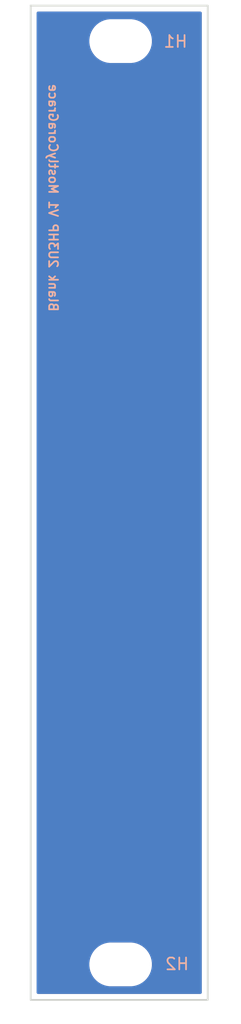
<source format=kicad_pcb>
(kicad_pcb (version 20240108) (generator "pcbnew") (generator_version "8.0")
  (layers (0 "F.Cu" signal) (31 "B.Cu" signal) (34 "B.Paste" user) (35 "F.Paste" user) (36 "B.SilkS" user "B.Silkscreen") (37 "F.SilkS" user "F.Silkscreen") (38 "B.Mask" user) (39 "F.Mask" user) (44 "Edge.Cuts" user))
  (net 0 "")
  (footprint "EXC:MountingHole_3.2mm_M3" (layer "B.Cu") (at 7.62 5.425 180)
    (property "Reference" "H1" (at -3.556 -0.036 0) (layer "B.SilkS") (effects (justify right mirror)))
    (property "Value" "Eurorack_M3_MountingHole")
    (pad "" np_thru_hole oval (at 0 0 180) (size 4.8 3.2) (drill oval 4.8 3.2) (layers "F&B.Cu" "*.Mask"))
  )
  (footprint "EXC:MountingHole_3.2mm_M3" (layer "B.Cu") (at 7.62 83.475 180)
    (property "Reference" "H2" (at -3.683 0.036 0) (layer "B.SilkS") (effects (justify right mirror)))
    (property "Value" "Eurorack_M3_MountingHole")
    (pad "" np_thru_hole oval (at 0 0 180) (size 4.8 3.2) (drill oval 4.8 3.2) (layers "F&B.Cu" "*.Mask"))
  )
  (gr_rect (start 0 2.425) (end 15 86.475) (stroke (width 0.15)) (fill none) (layer "Edge.Cuts"))
  (gr_text "Blank 2U3HP V1 MostlyCoraGrace" (at 1.905 18.669 270) (layer "B.SilkS") (effects (font (size 0.75 0.75) (thickness 0.15) (bold yes)) (justify mirror)))
  (zone (net 0) (net_name "") (layers "F&B.Cu") (connect_pads (clearance 0.5)) (min_thickness 0.25) (fill yes (thermal_gap 0.5) (thermal_bridge_width 0.5) (island_removal_mode 1) (island_area_min 10))
    (polygon (pts (xy 0 2.413) (xy 14.986 2.413) (xy 14.986 86.487) (xy 0 86.487)))
  )
)
</source>
